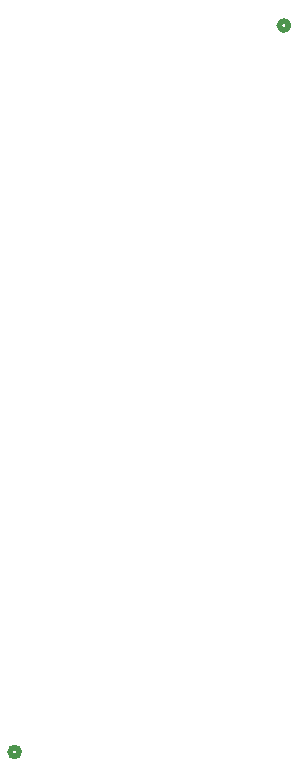
<source format=gbr>
%TF.GenerationSoftware,KiCad,Pcbnew,9.0.0*%
%TF.CreationDate,2025-03-07T14:01:18-07:00*%
%TF.ProjectId,Cntrlr-Turnout,436e7472-6c72-42d5-9475-726e6f75742e,rev?*%
%TF.SameCoordinates,Original*%
%TF.FileFunction,Legend,Bot*%
%TF.FilePolarity,Positive*%
%FSLAX46Y46*%
G04 Gerber Fmt 4.6, Leading zero omitted, Abs format (unit mm)*
G04 Created by KiCad (PCBNEW 9.0.0) date 2025-03-07 14:01:18*
%MOMM*%
%LPD*%
G01*
G04 APERTURE LIST*
%ADD10C,0.508000*%
G04 APERTURE END LIST*
D10*
%TO.C,TB2*%
X164579000Y-121400000D02*
G75*
G02*
X163817000Y-121400000I-381000J0D01*
G01*
X163817000Y-121400000D02*
G75*
G02*
X164579000Y-121400000I381000J0D01*
G01*
%TO.C,TB1*%
X187383000Y-59900000D02*
G75*
G02*
X186621000Y-59900000I-381000J0D01*
G01*
X186621000Y-59900000D02*
G75*
G02*
X187383000Y-59900000I381000J0D01*
G01*
%TD*%
M02*

</source>
